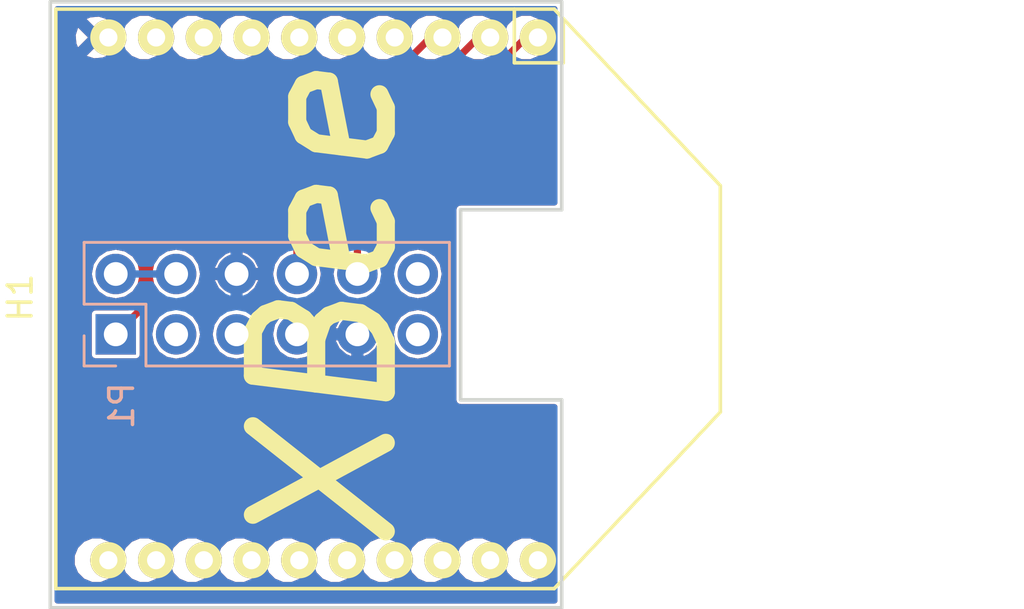
<source format=kicad_pcb>
(kicad_pcb (version 20171130) (host pcbnew "(5.1.10-1-10_14)")

  (general
    (thickness 1.6)
    (drawings 8)
    (tracks 10)
    (zones 0)
    (modules 2)
    (nets 6)
  )

  (page A4)
  (title_block
    (title "Rpi Adaptor")
    (rev 2L_3)
  )

  (layers
    (0 F.Cu signal)
    (31 B.Cu signal)
    (32 B.Adhes user)
    (33 F.Adhes user)
    (34 B.Paste user)
    (35 F.Paste user)
    (36 B.SilkS user)
    (37 F.SilkS user)
    (38 B.Mask user)
    (39 F.Mask user)
    (40 Dwgs.User user)
    (41 Cmts.User user)
    (42 Eco1.User user)
    (43 Eco2.User user)
    (44 Edge.Cuts user)
    (45 Margin user)
    (46 B.CrtYd user)
    (47 F.CrtYd user)
    (48 B.Fab user)
    (49 F.Fab user)
  )

  (setup
    (last_trace_width 0.1524)
    (user_trace_width 0.3048)
    (user_trace_width 0.6096)
    (user_trace_width 1.2192)
    (trace_clearance 0.1524)
    (zone_clearance 0.1016)
    (zone_45_only no)
    (trace_min 0.1524)
    (via_size 0.6858)
    (via_drill 0.3302)
    (via_min_size 0.6858)
    (via_min_drill 0.3302)
    (uvia_size 0.3)
    (uvia_drill 0.1)
    (uvias_allowed no)
    (uvia_min_size 0.2)
    (uvia_min_drill 0.1)
    (edge_width 0.15)
    (segment_width 0.2)
    (pcb_text_width 0.3)
    (pcb_text_size 1.5 1.5)
    (mod_edge_width 0.15)
    (mod_text_size 0.762 0.762)
    (mod_text_width 0.127)
    (pad_size 0.6858 0.6858)
    (pad_drill 0.3302)
    (pad_to_mask_clearance 0)
    (aux_axis_origin 0 0)
    (visible_elements 7FFFFFFF)
    (pcbplotparams
      (layerselection 0x010f0_80000001)
      (usegerberextensions false)
      (usegerberattributes true)
      (usegerberadvancedattributes true)
      (creategerberjobfile true)
      (excludeedgelayer true)
      (linewidth 0.076200)
      (plotframeref false)
      (viasonmask false)
      (mode 1)
      (useauxorigin false)
      (hpglpennumber 1)
      (hpglpenspeed 20)
      (hpglpendiameter 15.000000)
      (psnegative false)
      (psa4output false)
      (plotreference true)
      (plotvalue false)
      (plotinvisibletext false)
      (padsonsilk false)
      (subtractmaskfromsilk false)
      (outputformat 1)
      (mirror false)
      (drillshape 0)
      (scaleselection 1)
      (outputdirectory "Gerbers/"))
  )

  (net 0 "")
  (net 1 GND)
  (net 2 /3V3)
  (net 3 /UART0_Rx)
  (net 4 /UART0_Tx)
  (net 5 /5V)

  (net_class Default "This is the default net class."
    (clearance 0.1524)
    (trace_width 0.1524)
    (via_dia 0.6858)
    (via_drill 0.3302)
    (uvia_dia 0.3)
    (uvia_drill 0.1)
    (add_net /3V3)
    (add_net /5V)
    (add_net /GPIO_17)
    (add_net /GPIO_18)
    (add_net /GPIO_4)
    (add_net /I2C1_SCL)
    (add_net /I2C1_SDA)
    (add_net /UART0_Rx)
    (add_net /UART0_Tx)
    (add_net GND)
    (add_net "Net-(H1-Pad11)")
    (add_net "Net-(H1-Pad12)")
    (add_net "Net-(H1-Pad13)")
    (add_net "Net-(H1-Pad14)")
    (add_net "Net-(H1-Pad15)")
    (add_net "Net-(H1-Pad16)")
    (add_net "Net-(H1-Pad17)")
    (add_net "Net-(H1-Pad18)")
    (add_net "Net-(H1-Pad19)")
    (add_net "Net-(H1-Pad20)")
    (add_net "Net-(H1-Pad4)")
    (add_net "Net-(H1-Pad5)")
    (add_net "Net-(H1-Pad6)")
    (add_net "Net-(H1-Pad7)")
    (add_net "Net-(H1-Pad8)")
    (add_net "Net-(H1-Pad9)")
  )

  (module XBee-Adapter:XBEE_S2C (layer F.Cu) (tedit 5E39ACAB) (tstamp 612D8192)
    (at 176.5 45.75 270)
    (path /612D2E11)
    (fp_text reference H1 (at -0.0508 21.7678 90) (layer F.SilkS)
      (effects (font (size 1 1) (thickness 0.15)))
    )
    (fp_text value DIGI_XBEE (at 0.4318 -3.683 90) (layer F.Fab)
      (effects (font (size 1 1) (thickness 0.15)))
    )
    (fp_text user XBee (at 0.3048 8.9408 90) (layer F.SilkS)
      (effects (font (size 5.588 5.588) (thickness 0.762) italic))
    )
    (fp_line (start -12.192 0.9906) (end -9.9314 0.9906) (layer F.SilkS) (width 0.15))
    (fp_line (start -9.9314 0.9906) (end -9.9314 -1.0668) (layer F.SilkS) (width 0.15))
    (fp_line (start -9.9314 -1.0668) (end -11.7856 -1.0668) (layer F.SilkS) (width 0.15))
    (fp_line (start 3.81 -20.3708) (end 3.81 -9.3218) (layer Eco1.User) (width 0.15))
    (fp_line (start -3.81 -20.3708) (end -3.81 -9.3218) (layer Eco1.User) (width 0.15))
    (fp_line (start 4.7625 -9.3218) (end 4.7625 -7.6708) (layer Eco1.User) (width 0.15))
    (fp_line (start -4.7625 -9.3218) (end -4.7625 -7.6708) (layer Eco1.User) (width 0.15))
    (fp_line (start -4.7625 -9.3218) (end 4.7625 -9.3218) (layer Eco1.User) (width 0.15))
    (fp_line (start -3.81 -20.3708) (end 3.81 -20.3708) (layer Eco1.User) (width 0.15))
    (fp_line (start -12.192 -0.6858) (end -12.192 20.2692) (layer F.SilkS) (width 0.15))
    (fp_line (start -12.192 20.2692) (end 12.192 20.2692) (layer F.SilkS) (width 0.15))
    (fp_line (start 12.192 20.2692) (end 12.192 -0.6858) (layer F.SilkS) (width 0.15))
    (fp_line (start 12.192 -0.6858) (end 4.7625 -7.6708) (layer F.SilkS) (width 0.15))
    (fp_line (start 4.7625 -7.6708) (end -4.7625 -7.6708) (layer F.SilkS) (width 0.15))
    (fp_line (start -4.7625 -7.6708) (end -12.192 -0.6858) (layer F.SilkS) (width 0.15))
    (pad 20 thru_hole circle (at 10.9982 0 270) (size 1.524 1.524) (drill 0.762) (layers *.Cu *.Mask F.SilkS))
    (pad 19 thru_hole circle (at 10.9982 2.0066 270) (size 1.524 1.524) (drill 0.762) (layers *.Cu *.Mask F.SilkS))
    (pad 18 thru_hole circle (at 10.9982 4.0132 270) (size 1.524 1.524) (drill 0.762) (layers *.Cu *.Mask F.SilkS))
    (pad 17 thru_hole circle (at 10.9982 6.0198 270) (size 1.524 1.524) (drill 0.762) (layers *.Cu *.Mask F.SilkS))
    (pad 16 thru_hole circle (at 10.9982 8.0264 270) (size 1.524 1.524) (drill 0.762) (layers *.Cu *.Mask F.SilkS))
    (pad 15 thru_hole circle (at 10.9982 10.033 270) (size 1.524 1.524) (drill 0.762) (layers *.Cu *.Mask F.SilkS))
    (pad 14 thru_hole circle (at 10.9982 12.0396 270) (size 1.524 1.524) (drill 0.762) (layers *.Cu *.Mask F.SilkS))
    (pad 13 thru_hole circle (at 10.9982 14.0462 270) (size 1.524 1.524) (drill 0.762) (layers *.Cu *.Mask F.SilkS))
    (pad 12 thru_hole circle (at 10.9982 16.0528 270) (size 1.524 1.524) (drill 0.762) (layers *.Cu *.Mask F.SilkS))
    (pad 11 thru_hole circle (at 10.9982 18.0594 270) (size 1.524 1.524) (drill 0.762) (layers *.Cu *.Mask F.SilkS))
    (pad 10 thru_hole circle (at -10.9982 18.0594 270) (size 1.524 1.524) (drill 0.762) (layers *.Cu *.Mask F.SilkS)
      (net 1 GND))
    (pad 9 thru_hole circle (at -10.9982 16.0528 270) (size 1.524 1.524) (drill 0.762) (layers *.Cu *.Mask F.SilkS))
    (pad 8 thru_hole circle (at -10.9982 14.0462 270) (size 1.524 1.524) (drill 0.762) (layers *.Cu *.Mask F.SilkS))
    (pad 7 thru_hole circle (at -10.9982 12.0396 270) (size 1.524 1.524) (drill 0.762) (layers *.Cu *.Mask F.SilkS))
    (pad 6 thru_hole circle (at -10.9982 10.033 270) (size 1.524 1.524) (drill 0.762) (layers *.Cu *.Mask F.SilkS))
    (pad 5 thru_hole circle (at -10.9982 8.0264 270) (size 1.524 1.524) (drill 0.762) (layers *.Cu *.Mask F.SilkS))
    (pad 4 thru_hole circle (at -10.9982 6.0198 270) (size 1.524 1.524) (drill 0.762) (layers *.Cu *.Mask F.SilkS))
    (pad 3 thru_hole circle (at -10.9982 4.0132 270) (size 1.524 1.524) (drill 0.762) (layers *.Cu *.Mask F.SilkS)
      (net 4 /UART0_Tx))
    (pad 2 thru_hole circle (at -10.9982 2.0066 270) (size 1.524 1.524) (drill 0.762) (layers *.Cu *.Mask F.SilkS)
      (net 3 /UART0_Rx))
    (pad 1 thru_hole circle (at -10.9982 0 270) (size 1.524 1.524) (drill 0.762) (layers *.Cu *.Mask F.SilkS)
      (net 2 /3V3))
    (model "${MYLIB}/package3d/provided/User Library-XBee-Chip.WRL"
      (offset (xyz 0 -9.499599999999999 1.99898))
      (scale (xyz 395 395 395))
      (rotate (xyz -90 0 0))
    )
  )

  (module Socket_Strips:Socket_Strip_Straight_2x06_Pitch2.54mm (layer B.Cu) (tedit 599349E3) (tstamp 59933CAA)
    (at 158.75 47.244 270)
    (descr "Through hole straight socket strip, 2x06, 2.54mm pitch, double rows")
    (tags "Through hole socket strip THT 2x06 2.54mm double row")
    (path /59933EB5)
    (fp_text reference P1 (at 3.006 -0.25 270) (layer B.SilkS)
      (effects (font (size 1 1) (thickness 0.15)) (justify mirror))
    )
    (fp_text value "Raspberry PI" (at -1.27 -15.03 270) (layer B.Fab)
      (effects (font (size 1 1) (thickness 0.15)) (justify mirror))
    )
    (fp_line (start 1.8 1.8) (end -4.35 1.8) (layer B.CrtYd) (width 0.05))
    (fp_line (start 1.8 -14.5) (end 1.8 1.8) (layer B.CrtYd) (width 0.05))
    (fp_line (start -4.35 -14.5) (end 1.8 -14.5) (layer B.CrtYd) (width 0.05))
    (fp_line (start -4.35 1.8) (end -4.35 -14.5) (layer B.CrtYd) (width 0.05))
    (fp_line (start 1.33 1.33) (end 0.06 1.33) (layer B.SilkS) (width 0.12))
    (fp_line (start 1.33 0) (end 1.33 1.33) (layer B.SilkS) (width 0.12))
    (fp_line (start -1.27 -1.27) (end 1.33 -1.27) (layer B.SilkS) (width 0.12))
    (fp_line (start -1.27 1.33) (end -1.27 -1.27) (layer B.SilkS) (width 0.12))
    (fp_line (start -3.87 1.33) (end -1.27 1.33) (layer B.SilkS) (width 0.12))
    (fp_line (start -3.87 -14.03) (end -3.87 1.33) (layer B.SilkS) (width 0.12))
    (fp_line (start 1.33 -14.03) (end -3.87 -14.03) (layer B.SilkS) (width 0.12))
    (fp_line (start 1.33 -1.27) (end 1.33 -14.03) (layer B.SilkS) (width 0.12))
    (fp_line (start 1.27 1.27) (end -3.81 1.27) (layer B.Fab) (width 0.1))
    (fp_line (start 1.27 -13.97) (end 1.27 1.27) (layer B.Fab) (width 0.1))
    (fp_line (start -3.81 -13.97) (end 1.27 -13.97) (layer B.Fab) (width 0.1))
    (fp_line (start -3.81 1.27) (end -3.81 -13.97) (layer B.Fab) (width 0.1))
    (fp_text user %R (at 3.006 -0.25 270) (layer B.Fab)
      (effects (font (size 1 1) (thickness 0.15)) (justify mirror))
    )
    (pad 1 thru_hole rect (at 0 0 270) (size 1.7 1.7) (drill 1) (layers *.Cu *.Mask)
      (net 2 /3V3))
    (pad 2 thru_hole oval (at -2.54 0 270) (size 1.7 1.7) (drill 1) (layers *.Cu *.Mask)
      (net 5 /5V))
    (pad 3 thru_hole oval (at 0 -2.54 270) (size 1.7 1.7) (drill 1) (layers *.Cu *.Mask))
    (pad 4 thru_hole oval (at -2.54 -2.54 270) (size 1.7 1.7) (drill 1) (layers *.Cu *.Mask)
      (net 5 /5V))
    (pad 5 thru_hole oval (at 0 -5.08 270) (size 1.7 1.7) (drill 1) (layers *.Cu *.Mask))
    (pad 6 thru_hole oval (at -2.54 -5.08 270) (size 1.7 1.7) (drill 1) (layers *.Cu *.Mask)
      (net 1 GND))
    (pad 7 thru_hole oval (at 0 -7.62 270) (size 1.7 1.7) (drill 1) (layers *.Cu *.Mask))
    (pad 8 thru_hole oval (at -2.54 -7.62 270) (size 1.7 1.7) (drill 1) (layers *.Cu *.Mask)
      (net 4 /UART0_Tx))
    (pad 9 thru_hole oval (at 0 -10.16 270) (size 1.7 1.7) (drill 1) (layers *.Cu *.Mask)
      (net 1 GND))
    (pad 10 thru_hole oval (at -2.54 -10.16 270) (size 1.7 1.7) (drill 1) (layers *.Cu *.Mask)
      (net 3 /UART0_Rx))
    (pad 11 thru_hole oval (at 0 -12.7 270) (size 1.7 1.7) (drill 1) (layers *.Cu *.Mask))
    (pad 12 thru_hole oval (at -2.54 -12.7 270) (size 1.7 1.7) (drill 1) (layers *.Cu *.Mask))
    (model ${KISYS3DMOD}/Socket_Strips.3dshapes/Socket_Strip_Straight_2x06_Pitch2.54mm.wrl
      (offset (xyz -1.269999980926514 -6.349999904632568 0))
      (scale (xyz 1 1 1))
      (rotate (xyz 0 0 270))
    )
  )

  (gr_line (start 173.25 42) (end 173.25 50) (angle 90) (layer Edge.Cuts) (width 0.15))
  (gr_line (start 177.5 42) (end 177.5 33.25) (angle 90) (layer Edge.Cuts) (width 0.15))
  (gr_line (start 177.5 33.25) (end 156 33.25) (angle 90) (layer Edge.Cuts) (width 0.15))
  (gr_line (start 173.25 50) (end 177.5 50) (angle 90) (layer Edge.Cuts) (width 0.15))
  (gr_line (start 177.5 50) (end 177.5 58.75) (angle 90) (layer Edge.Cuts) (width 0.15))
  (gr_line (start 173.25 42) (end 177.5 42) (angle 90) (layer Edge.Cuts) (width 0.15))
  (gr_line (start 156 58.75) (end 177.5 58.75) (angle 90) (layer Edge.Cuts) (width 0.15))
  (gr_line (start 156 33.25) (end 156 58.75) (angle 90) (layer Edge.Cuts) (width 0.15))

  (segment (start 158.75 47.244) (end 159.994 46) (width 0.3048) (layer F.Cu) (net 2))
  (segment (start 170.25 40.5018) (end 176 34.7518) (width 0.3048) (layer F.Cu) (net 2) (tstamp 599346CC))
  (segment (start 170.25 45.5) (end 170.25 40.5018) (width 0.3048) (layer F.Cu) (net 2) (tstamp 599346C5))
  (segment (start 169.75 46) (end 170.25 45.5) (width 0.3048) (layer F.Cu) (net 2) (tstamp 599346C4))
  (segment (start 159.994 46) (end 169.75 46) (width 0.3048) (layer F.Cu) (net 2) (tstamp 599346C2))
  (segment (start 173.9934 34.7518) (end 168.91 39.8352) (width 0.3048) (layer F.Cu) (net 3))
  (segment (start 168.91 39.8352) (end 168.91 44.704) (width 0.3048) (layer F.Cu) (net 3) (tstamp 599346BA))
  (segment (start 171.9868 34.7518) (end 166.37 40.3686) (width 0.3048) (layer F.Cu) (net 4))
  (segment (start 166.37 40.3686) (end 166.37 44.704) (width 0.3048) (layer F.Cu) (net 4) (tstamp 599346B1))
  (segment (start 158.75 44.704) (end 161.29 44.704) (width 0.3048) (layer B.Cu) (net 5))

  (zone (net 1) (net_name GND) (layer F.Cu) (tstamp 5993491C) (hatch edge 0.508)
    (connect_pads (clearance 0.1016))
    (min_thickness 0.254)
    (fill yes (arc_segments 16) (thermal_gap 0.1016) (thermal_bridge_width 0.508))
    (polygon
      (pts
        (xy 177.5 42) (xy 173.25 42) (xy 173.25 50) (xy 177.5 50) (xy 177.5 58.75)
        (xy 156 58.75) (xy 156 33.25) (xy 177.5 33.25) (xy 177.5 42)
      )
    )
    (filled_polygon
      (pts
        (xy 177.1964 41.6964) (xy 173.25 41.6964) (xy 173.133817 41.71951) (xy 173.035322 41.785322) (xy 172.96951 41.883817)
        (xy 172.9464 42) (xy 172.9464 50) (xy 172.96951 50.116183) (xy 173.035322 50.214678) (xy 173.133817 50.28049)
        (xy 173.25 50.3036) (xy 177.1964 50.3036) (xy 177.1964 58.4464) (xy 156.3036 58.4464) (xy 156.3036 56.954438)
        (xy 156.89902 56.954438) (xy 157.057229 57.337335) (xy 157.349924 57.630541) (xy 157.732544 57.789419) (xy 158.146838 57.78978)
        (xy 158.529735 57.631571) (xy 158.822941 57.338876) (xy 158.944002 57.04733) (xy 159.063829 57.337335) (xy 159.356524 57.630541)
        (xy 159.739144 57.789419) (xy 160.153438 57.78978) (xy 160.536335 57.631571) (xy 160.829541 57.338876) (xy 160.950602 57.04733)
        (xy 161.070429 57.337335) (xy 161.363124 57.630541) (xy 161.745744 57.789419) (xy 162.160038 57.78978) (xy 162.542935 57.631571)
        (xy 162.836141 57.338876) (xy 162.957202 57.04733) (xy 163.077029 57.337335) (xy 163.369724 57.630541) (xy 163.752344 57.789419)
        (xy 164.166638 57.78978) (xy 164.549535 57.631571) (xy 164.842741 57.338876) (xy 164.963802 57.04733) (xy 165.083629 57.337335)
        (xy 165.376324 57.630541) (xy 165.758944 57.789419) (xy 166.173238 57.78978) (xy 166.556135 57.631571) (xy 166.849341 57.338876)
        (xy 166.970402 57.04733) (xy 167.090229 57.337335) (xy 167.382924 57.630541) (xy 167.765544 57.789419) (xy 168.179838 57.78978)
        (xy 168.562735 57.631571) (xy 168.855941 57.338876) (xy 168.977002 57.04733) (xy 169.096829 57.337335) (xy 169.389524 57.630541)
        (xy 169.772144 57.789419) (xy 170.186438 57.78978) (xy 170.569335 57.631571) (xy 170.862541 57.338876) (xy 170.983602 57.04733)
        (xy 171.103429 57.337335) (xy 171.396124 57.630541) (xy 171.778744 57.789419) (xy 172.193038 57.78978) (xy 172.575935 57.631571)
        (xy 172.869141 57.338876) (xy 172.990202 57.04733) (xy 173.110029 57.337335) (xy 173.402724 57.630541) (xy 173.785344 57.789419)
        (xy 174.199638 57.78978) (xy 174.582535 57.631571) (xy 174.875741 57.338876) (xy 174.996802 57.04733) (xy 175.116629 57.337335)
        (xy 175.409324 57.630541) (xy 175.791944 57.789419) (xy 176.206238 57.78978) (xy 176.589135 57.631571) (xy 176.882341 57.338876)
        (xy 177.041219 56.956256) (xy 177.04158 56.541962) (xy 176.883371 56.159065) (xy 176.590676 55.865859) (xy 176.208056 55.706981)
        (xy 175.793762 55.70662) (xy 175.410865 55.864829) (xy 175.117659 56.157524) (xy 174.996598 56.44907) (xy 174.876771 56.159065)
        (xy 174.584076 55.865859) (xy 174.201456 55.706981) (xy 173.787162 55.70662) (xy 173.404265 55.864829) (xy 173.111059 56.157524)
        (xy 172.989998 56.44907) (xy 172.870171 56.159065) (xy 172.577476 55.865859) (xy 172.194856 55.706981) (xy 171.780562 55.70662)
        (xy 171.397665 55.864829) (xy 171.104459 56.157524) (xy 170.983398 56.44907) (xy 170.863571 56.159065) (xy 170.570876 55.865859)
        (xy 170.188256 55.706981) (xy 169.773962 55.70662) (xy 169.391065 55.864829) (xy 169.097859 56.157524) (xy 168.976798 56.44907)
        (xy 168.856971 56.159065) (xy 168.564276 55.865859) (xy 168.181656 55.706981) (xy 167.767362 55.70662) (xy 167.384465 55.864829)
        (xy 167.091259 56.157524) (xy 166.970198 56.44907) (xy 166.850371 56.159065) (xy 166.557676 55.865859) (xy 166.175056 55.706981)
        (xy 165.760762 55.70662) (xy 165.377865 55.864829) (xy 165.084659 56.157524) (xy 164.963598 56.44907) (xy 164.843771 56.159065)
        (xy 164.551076 55.865859) (xy 164.168456 55.706981) (xy 163.754162 55.70662) (xy 163.371265 55.864829) (xy 163.078059 56.157524)
        (xy 162.956998 56.44907) (xy 162.837171 56.159065) (xy 162.544476 55.865859) (xy 162.161856 55.706981) (xy 161.747562 55.70662)
        (xy 161.364665 55.864829) (xy 161.071459 56.157524) (xy 160.950398 56.44907) (xy 160.830571 56.159065) (xy 160.537876 55.865859)
        (xy 160.155256 55.706981) (xy 159.740962 55.70662) (xy 159.358065 55.864829) (xy 159.064859 56.157524) (xy 158.943798 56.44907)
        (xy 158.823971 56.159065) (xy 158.531276 55.865859) (xy 158.148656 55.706981) (xy 157.734362 55.70662) (xy 157.351465 55.864829)
        (xy 157.058259 56.157524) (xy 156.899381 56.540144) (xy 156.89902 56.954438) (xy 156.3036 56.954438) (xy 156.3036 46.394)
        (xy 157.615127 46.394) (xy 157.615127 48.094) (xy 157.634609 48.197539) (xy 157.695801 48.292634) (xy 157.789168 48.356429)
        (xy 157.9 48.378873) (xy 159.6 48.378873) (xy 159.703539 48.359391) (xy 159.798634 48.298199) (xy 159.862429 48.204832)
        (xy 159.884873 48.094) (xy 159.884873 46.719784) (xy 160.172857 46.4318) (xy 160.485693 46.4318) (xy 160.24657 46.789671)
        (xy 160.1606 47.221874) (xy 160.1606 47.266126) (xy 160.24657 47.698329) (xy 160.491394 48.064732) (xy 160.857797 48.309556)
        (xy 161.29 48.395526) (xy 161.722203 48.309556) (xy 162.088606 48.064732) (xy 162.33343 47.698329) (xy 162.4194 47.266126)
        (xy 162.4194 47.221874) (xy 162.33343 46.789671) (xy 162.094307 46.4318) (xy 163.025693 46.4318) (xy 162.78657 46.789671)
        (xy 162.7006 47.221874) (xy 162.7006 47.266126) (xy 162.78657 47.698329) (xy 163.031394 48.064732) (xy 163.397797 48.309556)
        (xy 163.83 48.395526) (xy 164.262203 48.309556) (xy 164.628606 48.064732) (xy 164.87343 47.698329) (xy 164.9594 47.266126)
        (xy 164.9594 47.221874) (xy 164.87343 46.789671) (xy 164.634307 46.4318) (xy 165.565693 46.4318) (xy 165.32657 46.789671)
        (xy 165.2406 47.221874) (xy 165.2406 47.266126) (xy 165.32657 47.698329) (xy 165.571394 48.064732) (xy 165.937797 48.309556)
        (xy 166.37 48.395526) (xy 166.802203 48.309556) (xy 167.168606 48.064732) (xy 167.41343 47.698329) (xy 167.445521 47.536995)
        (xy 167.871944 47.536995) (xy 168.063086 47.911939) (xy 168.383163 48.185195) (xy 168.617007 48.282043) (xy 168.783 48.257524)
        (xy 168.783 47.371) (xy 169.037 47.371) (xy 169.037 48.257524) (xy 169.202993 48.282043) (xy 169.436837 48.185195)
        (xy 169.756914 47.911939) (xy 169.948056 47.536995) (xy 169.92396 47.371) (xy 169.037 47.371) (xy 168.783 47.371)
        (xy 167.89604 47.371) (xy 167.871944 47.536995) (xy 167.445521 47.536995) (xy 167.4994 47.266126) (xy 167.4994 47.221874)
        (xy 170.3206 47.221874) (xy 170.3206 47.266126) (xy 170.40657 47.698329) (xy 170.651394 48.064732) (xy 171.017797 48.309556)
        (xy 171.45 48.395526) (xy 171.882203 48.309556) (xy 172.248606 48.064732) (xy 172.49343 47.698329) (xy 172.5794 47.266126)
        (xy 172.5794 47.221874) (xy 172.49343 46.789671) (xy 172.248606 46.423268) (xy 171.882203 46.178444) (xy 171.45 46.092474)
        (xy 171.017797 46.178444) (xy 170.651394 46.423268) (xy 170.40657 46.789671) (xy 170.3206 47.221874) (xy 167.4994 47.221874)
        (xy 167.41343 46.789671) (xy 167.174307 46.4318) (xy 168.232065 46.4318) (xy 168.063086 46.576061) (xy 167.871944 46.951005)
        (xy 167.89604 47.117) (xy 168.783 47.117) (xy 168.783 47.097) (xy 169.037 47.097) (xy 169.037 47.117)
        (xy 169.92396 47.117) (xy 169.948056 46.951005) (xy 169.756914 46.576061) (xy 169.587935 46.4318) (xy 169.75 46.4318)
        (xy 169.915243 46.398931) (xy 170.055329 46.305329) (xy 170.555329 45.805329) (xy 170.648931 45.665243) (xy 170.661696 45.601069)
        (xy 170.673891 45.539764) (xy 171.017797 45.769556) (xy 171.45 45.855526) (xy 171.882203 45.769556) (xy 172.248606 45.524732)
        (xy 172.49343 45.158329) (xy 172.5794 44.726126) (xy 172.5794 44.681874) (xy 172.49343 44.249671) (xy 172.248606 43.883268)
        (xy 171.882203 43.638444) (xy 171.45 43.552474) (xy 171.017797 43.638444) (xy 170.6818 43.862951) (xy 170.6818 40.680658)
        (xy 175.634723 35.727735) (xy 175.791944 35.793019) (xy 176.206238 35.79338) (xy 176.589135 35.635171) (xy 176.882341 35.342476)
        (xy 177.041219 34.959856) (xy 177.04158 34.545562) (xy 176.883371 34.162665) (xy 176.590676 33.869459) (xy 176.208056 33.710581)
        (xy 175.793762 33.71022) (xy 175.410865 33.868429) (xy 175.117659 34.161124) (xy 174.996598 34.45267) (xy 174.876771 34.162665)
        (xy 174.584076 33.869459) (xy 174.201456 33.710581) (xy 173.787162 33.71022) (xy 173.404265 33.868429) (xy 173.111059 34.161124)
        (xy 172.989998 34.45267) (xy 172.870171 34.162665) (xy 172.577476 33.869459) (xy 172.194856 33.710581) (xy 171.780562 33.71022)
        (xy 171.397665 33.868429) (xy 171.104459 34.161124) (xy 170.983398 34.45267) (xy 170.863571 34.162665) (xy 170.570876 33.869459)
        (xy 170.188256 33.710581) (xy 169.773962 33.71022) (xy 169.391065 33.868429) (xy 169.097859 34.161124) (xy 168.976798 34.45267)
        (xy 168.856971 34.162665) (xy 168.564276 33.869459) (xy 168.181656 33.710581) (xy 167.767362 33.71022) (xy 167.384465 33.868429)
        (xy 167.091259 34.161124) (xy 166.970198 34.45267) (xy 166.850371 34.162665) (xy 166.557676 33.869459) (xy 166.175056 33.710581)
        (xy 165.760762 33.71022) (xy 165.377865 33.868429) (xy 165.084659 34.161124) (xy 164.963598 34.45267) (xy 164.843771 34.162665)
        (xy 164.551076 33.869459) (xy 164.168456 33.710581) (xy 163.754162 33.71022) (xy 163.371265 33.868429) (xy 163.078059 34.161124)
        (xy 162.956998 34.45267) (xy 162.837171 34.162665) (xy 162.544476 33.869459) (xy 162.161856 33.710581) (xy 161.747562 33.71022)
        (xy 161.364665 33.868429) (xy 161.071459 34.161124) (xy 160.950398 34.45267) (xy 160.830571 34.162665) (xy 160.537876 33.869459)
        (xy 160.155256 33.710581) (xy 159.740962 33.71022) (xy 159.358065 33.868429) (xy 159.064859 34.161124) (xy 158.914958 34.522126)
        (xy 158.910388 34.469618) (xy 158.825876 34.265589) (xy 158.698163 34.173842) (xy 158.120205 34.7518) (xy 158.698163 35.329758)
        (xy 158.825876 35.238011) (xy 158.910536 34.969936) (xy 159.063829 35.340935) (xy 159.356524 35.634141) (xy 159.739144 35.793019)
        (xy 160.153438 35.79338) (xy 160.536335 35.635171) (xy 160.829541 35.342476) (xy 160.950602 35.05093) (xy 161.070429 35.340935)
        (xy 161.363124 35.634141) (xy 161.745744 35.793019) (xy 162.160038 35.79338) (xy 162.542935 35.635171) (xy 162.836141 35.342476)
        (xy 162.957202 35.05093) (xy 163.077029 35.340935) (xy 163.369724 35.634141) (xy 163.752344 35.793019) (xy 164.166638 35.79338)
        (xy 164.549535 35.635171) (xy 164.842741 35.342476) (xy 164.963802 35.05093) (xy 165.083629 35.340935) (xy 165.376324 35.634141)
        (xy 165.758944 35.793019) (xy 166.173238 35.79338) (xy 166.556135 35.635171) (xy 166.849341 35.342476) (xy 166.970402 35.05093)
        (xy 167.090229 35.340935) (xy 167.382924 35.634141) (xy 167.765544 35.793019) (xy 168.179838 35.79338) (xy 168.562735 35.635171)
        (xy 168.855941 35.342476) (xy 168.977002 35.05093) (xy 169.096829 35.340935) (xy 169.389524 35.634141) (xy 169.772144 35.793019)
        (xy 170.186438 35.79338) (xy 170.43886 35.689082) (xy 166.064671 40.063271) (xy 165.971069 40.203357) (xy 165.9382 40.3686)
        (xy 165.9382 43.638364) (xy 165.937797 43.638444) (xy 165.571394 43.883268) (xy 165.32657 44.249671) (xy 165.2406 44.681874)
        (xy 165.2406 44.726126) (xy 165.32657 45.158329) (xy 165.571394 45.524732) (xy 165.636448 45.5682) (xy 164.447025 45.5682)
        (xy 164.676914 45.371939) (xy 164.868056 44.996995) (xy 164.84396 44.831) (xy 163.957 44.831) (xy 163.957 44.851)
        (xy 163.703 44.851) (xy 163.703 44.831) (xy 162.81604 44.831) (xy 162.791944 44.996995) (xy 162.983086 45.371939)
        (xy 163.212975 45.5682) (xy 162.023552 45.5682) (xy 162.088606 45.524732) (xy 162.33343 45.158329) (xy 162.4194 44.726126)
        (xy 162.4194 44.681874) (xy 162.365522 44.411005) (xy 162.791944 44.411005) (xy 162.81604 44.577) (xy 163.703 44.577)
        (xy 163.703 43.690476) (xy 163.957 43.690476) (xy 163.957 44.577) (xy 164.84396 44.577) (xy 164.868056 44.411005)
        (xy 164.676914 44.036061) (xy 164.356837 43.762805) (xy 164.122993 43.665957) (xy 163.957 43.690476) (xy 163.703 43.690476)
        (xy 163.537007 43.665957) (xy 163.303163 43.762805) (xy 162.983086 44.036061) (xy 162.791944 44.411005) (xy 162.365522 44.411005)
        (xy 162.33343 44.249671) (xy 162.088606 43.883268) (xy 161.722203 43.638444) (xy 161.29 43.552474) (xy 160.857797 43.638444)
        (xy 160.491394 43.883268) (xy 160.24657 44.249671) (xy 160.1606 44.681874) (xy 160.1606 44.726126) (xy 160.24657 45.158329)
        (xy 160.491394 45.524732) (xy 160.556448 45.5682) (xy 159.994005 45.5682) (xy 159.994 45.568199) (xy 159.856173 45.595615)
        (xy 159.828757 45.601069) (xy 159.688671 45.694671) (xy 159.688669 45.694674) (xy 159.274216 46.109127) (xy 157.9 46.109127)
        (xy 157.796461 46.128609) (xy 157.701366 46.189801) (xy 157.637571 46.283168) (xy 157.615127 46.394) (xy 156.3036 46.394)
        (xy 156.3036 44.681874) (xy 157.6206 44.681874) (xy 157.6206 44.726126) (xy 157.70657 45.158329) (xy 157.951394 45.524732)
        (xy 158.317797 45.769556) (xy 158.75 45.855526) (xy 159.182203 45.769556) (xy 159.548606 45.524732) (xy 159.79343 45.158329)
        (xy 159.8794 44.726126) (xy 159.8794 44.681874) (xy 159.79343 44.249671) (xy 159.548606 43.883268) (xy 159.182203 43.638444)
        (xy 158.75 43.552474) (xy 158.317797 43.638444) (xy 157.951394 43.883268) (xy 157.70657 44.249671) (xy 157.6206 44.681874)
        (xy 156.3036 44.681874) (xy 156.3036 35.509363) (xy 157.362642 35.509363) (xy 157.454389 35.637076) (xy 157.83018 35.755754)
        (xy 158.222782 35.721588) (xy 158.426811 35.637076) (xy 158.518558 35.509363) (xy 157.9406 34.931405) (xy 157.362642 35.509363)
        (xy 156.3036 35.509363) (xy 156.3036 34.64138) (xy 156.936646 34.64138) (xy 156.970812 35.033982) (xy 157.055324 35.238011)
        (xy 157.183037 35.329758) (xy 157.760995 34.7518) (xy 157.183037 34.173842) (xy 157.055324 34.265589) (xy 156.936646 34.64138)
        (xy 156.3036 34.64138) (xy 156.3036 33.994237) (xy 157.362642 33.994237) (xy 157.9406 34.572195) (xy 158.518558 33.994237)
        (xy 158.426811 33.866524) (xy 158.05102 33.747846) (xy 157.658418 33.782012) (xy 157.454389 33.866524) (xy 157.362642 33.994237)
        (xy 156.3036 33.994237) (xy 156.3036 33.5536) (xy 177.1964 33.5536)
      )
    )
    (filled_polygon
      (pts
        (xy 168.604671 39.529871) (xy 168.511069 39.669957) (xy 168.4782 39.8352) (xy 168.4782 43.638364) (xy 168.477797 43.638444)
        (xy 168.111394 43.883268) (xy 167.86657 44.249671) (xy 167.7806 44.681874) (xy 167.7806 44.726126) (xy 167.86657 45.158329)
        (xy 168.111394 45.524732) (xy 168.176448 45.5682) (xy 167.103552 45.5682) (xy 167.168606 45.524732) (xy 167.41343 45.158329)
        (xy 167.4994 44.726126) (xy 167.4994 44.681874) (xy 167.41343 44.249671) (xy 167.168606 43.883268) (xy 166.802203 43.638444)
        (xy 166.8018 43.638364) (xy 166.8018 40.547458) (xy 171.621523 35.727735) (xy 171.778744 35.793019) (xy 172.193038 35.79338)
        (xy 172.44546 35.689082)
      )
    )
    (filled_polygon
      (pts
        (xy 169.944671 40.196471) (xy 169.851069 40.336557) (xy 169.8182 40.5018) (xy 169.8182 44.047286) (xy 169.708606 43.883268)
        (xy 169.342203 43.638444) (xy 169.3418 43.638364) (xy 169.3418 40.014058) (xy 173.628123 35.727735) (xy 173.785344 35.793019)
        (xy 174.199638 35.79338) (xy 174.45206 35.689082)
      )
    )
  )
  (zone (net 1) (net_name GND) (layer B.Cu) (tstamp 5993493A) (hatch edge 0.508)
    (connect_pads (clearance 0.1016))
    (min_thickness 0.254)
    (fill yes (arc_segments 16) (thermal_gap 0.1016) (thermal_bridge_width 0.508))
    (polygon
      (pts
        (xy 177.5 42) (xy 173.25 42) (xy 173.25 50) (xy 177.5 50) (xy 177.5 58.75)
        (xy 156 58.75) (xy 156 33.25) (xy 177.5 33.25) (xy 177.5 42)
      )
    )
    (filled_polygon
      (pts
        (xy 177.1964 41.6964) (xy 173.25 41.6964) (xy 173.133817 41.71951) (xy 173.035322 41.785322) (xy 172.96951 41.883817)
        (xy 172.9464 42) (xy 172.9464 50) (xy 172.96951 50.116183) (xy 173.035322 50.214678) (xy 173.133817 50.28049)
        (xy 173.25 50.3036) (xy 177.1964 50.3036) (xy 177.1964 58.4464) (xy 156.3036 58.4464) (xy 156.3036 56.954438)
        (xy 156.89902 56.954438) (xy 157.057229 57.337335) (xy 157.349924 57.630541) (xy 157.732544 57.789419) (xy 158.146838 57.78978)
        (xy 158.529735 57.631571) (xy 158.822941 57.338876) (xy 158.944002 57.04733) (xy 159.063829 57.337335) (xy 159.356524 57.630541)
        (xy 159.739144 57.789419) (xy 160.153438 57.78978) (xy 160.536335 57.631571) (xy 160.829541 57.338876) (xy 160.950602 57.04733)
        (xy 161.070429 57.337335) (xy 161.363124 57.630541) (xy 161.745744 57.789419) (xy 162.160038 57.78978) (xy 162.542935 57.631571)
        (xy 162.836141 57.338876) (xy 162.957202 57.04733) (xy 163.077029 57.337335) (xy 163.369724 57.630541) (xy 163.752344 57.789419)
        (xy 164.166638 57.78978) (xy 164.549535 57.631571) (xy 164.842741 57.338876) (xy 164.963802 57.04733) (xy 165.083629 57.337335)
        (xy 165.376324 57.630541) (xy 165.758944 57.789419) (xy 166.173238 57.78978) (xy 166.556135 57.631571) (xy 166.849341 57.338876)
        (xy 166.970402 57.04733) (xy 167.090229 57.337335) (xy 167.382924 57.630541) (xy 167.765544 57.789419) (xy 168.179838 57.78978)
        (xy 168.562735 57.631571) (xy 168.855941 57.338876) (xy 168.977002 57.04733) (xy 169.096829 57.337335) (xy 169.389524 57.630541)
        (xy 169.772144 57.789419) (xy 170.186438 57.78978) (xy 170.569335 57.631571) (xy 170.862541 57.338876) (xy 170.983602 57.04733)
        (xy 171.103429 57.337335) (xy 171.396124 57.630541) (xy 171.778744 57.789419) (xy 172.193038 57.78978) (xy 172.575935 57.631571)
        (xy 172.869141 57.338876) (xy 172.990202 57.04733) (xy 173.110029 57.337335) (xy 173.402724 57.630541) (xy 173.785344 57.789419)
        (xy 174.199638 57.78978) (xy 174.582535 57.631571) (xy 174.875741 57.338876) (xy 174.996802 57.04733) (xy 175.116629 57.337335)
        (xy 175.409324 57.630541) (xy 175.791944 57.789419) (xy 176.206238 57.78978) (xy 176.589135 57.631571) (xy 176.882341 57.338876)
        (xy 177.041219 56.956256) (xy 177.04158 56.541962) (xy 176.883371 56.159065) (xy 176.590676 55.865859) (xy 176.208056 55.706981)
        (xy 175.793762 55.70662) (xy 175.410865 55.864829) (xy 175.117659 56.157524) (xy 174.996598 56.44907) (xy 174.876771 56.159065)
        (xy 174.584076 55.865859) (xy 174.201456 55.706981) (xy 173.787162 55.70662) (xy 173.404265 55.864829) (xy 173.111059 56.157524)
        (xy 172.989998 56.44907) (xy 172.870171 56.159065) (xy 172.577476 55.865859) (xy 172.194856 55.706981) (xy 171.780562 55.70662)
        (xy 171.397665 55.864829) (xy 171.104459 56.157524) (xy 170.983398 56.44907) (xy 170.863571 56.159065) (xy 170.570876 55.865859)
        (xy 170.188256 55.706981) (xy 169.773962 55.70662) (xy 169.391065 55.864829) (xy 169.097859 56.157524) (xy 168.976798 56.44907)
        (xy 168.856971 56.159065) (xy 168.564276 55.865859) (xy 168.181656 55.706981) (xy 167.767362 55.70662) (xy 167.384465 55.864829)
        (xy 167.091259 56.157524) (xy 166.970198 56.44907) (xy 166.850371 56.159065) (xy 166.557676 55.865859) (xy 166.175056 55.706981)
        (xy 165.760762 55.70662) (xy 165.377865 55.864829) (xy 165.084659 56.157524) (xy 164.963598 56.44907) (xy 164.843771 56.159065)
        (xy 164.551076 55.865859) (xy 164.168456 55.706981) (xy 163.754162 55.70662) (xy 163.371265 55.864829) (xy 163.078059 56.157524)
        (xy 162.956998 56.44907) (xy 162.837171 56.159065) (xy 162.544476 55.865859) (xy 162.161856 55.706981) (xy 161.747562 55.70662)
        (xy 161.364665 55.864829) (xy 161.071459 56.157524) (xy 160.950398 56.44907) (xy 160.830571 56.159065) (xy 160.537876 55.865859)
        (xy 160.155256 55.706981) (xy 159.740962 55.70662) (xy 159.358065 55.864829) (xy 159.064859 56.157524) (xy 158.943798 56.44907)
        (xy 158.823971 56.159065) (xy 158.531276 55.865859) (xy 158.148656 55.706981) (xy 157.734362 55.70662) (xy 157.351465 55.864829)
        (xy 157.058259 56.157524) (xy 156.899381 56.540144) (xy 156.89902 56.954438) (xy 156.3036 56.954438) (xy 156.3036 46.394)
        (xy 157.615127 46.394) (xy 157.615127 48.094) (xy 157.634609 48.197539) (xy 157.695801 48.292634) (xy 157.789168 48.356429)
        (xy 157.9 48.378873) (xy 159.6 48.378873) (xy 159.703539 48.359391) (xy 159.798634 48.298199) (xy 159.862429 48.204832)
        (xy 159.884873 48.094) (xy 159.884873 47.221874) (xy 160.1606 47.221874) (xy 160.1606 47.266126) (xy 160.24657 47.698329)
        (xy 160.491394 48.064732) (xy 160.857797 48.309556) (xy 161.29 48.395526) (xy 161.722203 48.309556) (xy 162.088606 48.064732)
        (xy 162.33343 47.698329) (xy 162.4194 47.266126) (xy 162.4194 47.221874) (xy 162.7006 47.221874) (xy 162.7006 47.266126)
        (xy 162.78657 47.698329) (xy 163.031394 48.064732) (xy 163.397797 48.309556) (xy 163.83 48.395526) (xy 164.262203 48.309556)
        (xy 164.628606 48.064732) (xy 164.87343 47.698329) (xy 164.9594 47.266126) (xy 164.9594 47.221874) (xy 165.2406 47.221874)
        (xy 165.2406 47.266126) (xy 165.32657 47.698329) (xy 165.571394 48.064732) (xy 165.937797 48.309556) (xy 166.37 48.395526)
        (xy 166.802203 48.309556) (xy 167.168606 48.064732) (xy 167.41343 47.698329) (xy 167.445521 47.536995) (xy 167.871944 47.536995)
        (xy 168.063086 47.911939) (xy 168.383163 48.185195) (xy 168.617007 48.282043) (xy 168.783 48.257524) (xy 168.783 47.371)
        (xy 169.037 47.371) (xy 169.037 48.257524) (xy 169.202993 48.282043) (xy 169.436837 48.185195) (xy 169.756914 47.911939)
        (xy 169.948056 47.536995) (xy 169.92396 47.371) (xy 169.037 47.371) (xy 168.783 47.371) (xy 167.89604 47.371)
        (xy 167.871944 47.536995) (xy 167.445521 47.536995) (xy 167.4994 47.266126) (xy 167.4994 47.221874) (xy 170.3206 47.221874)
        (xy 170.3206 47.266126) (xy 170.40657 47.698329) (xy 170.651394 48.064732) (xy 171.017797 48.309556) (xy 171.45 48.395526)
        (xy 171.882203 48.309556) (xy 172.248606 48.064732) (xy 172.49343 47.698329) (xy 172.5794 47.266126) (xy 172.5794 47.221874)
        (xy 172.49343 46.789671) (xy 172.248606 46.423268) (xy 171.882203 46.178444) (xy 171.45 46.092474) (xy 171.017797 46.178444)
        (xy 170.651394 46.423268) (xy 170.40657 46.789671) (xy 170.3206 47.221874) (xy 167.4994 47.221874) (xy 167.445522 46.951005)
        (xy 167.871944 46.951005) (xy 167.89604 47.117) (xy 168.783 47.117) (xy 168.783 46.230476) (xy 169.037 46.230476)
        (xy 169.037 47.117) (xy 169.92396 47.117) (xy 169.948056 46.951005) (xy 169.756914 46.576061) (xy 169.436837 46.302805)
        (xy 169.202993 46.205957) (xy 169.037 46.230476) (xy 168.783 46.230476) (xy 168.617007 46.205957) (xy 168.383163 46.302805)
        (xy 168.063086 46.576061) (xy 167.871944 46.951005) (xy 167.445522 46.951005) (xy 167.41343 46.789671) (xy 167.168606 46.423268)
        (xy 166.802203 46.178444) (xy 166.37 46.092474) (xy 165.937797 46.178444) (xy 165.571394 46.423268) (xy 165.32657 46.789671)
        (xy 165.2406 47.221874) (xy 164.9594 47.221874) (xy 164.87343 46.789671) (xy 164.628606 46.423268) (xy 164.262203 46.178444)
        (xy 163.83 46.092474) (xy 163.397797 46.178444) (xy 163.031394 46.423268) (xy 162.78657 46.789671) (xy 162.7006 47.221874)
        (xy 162.4194 47.221874) (xy 162.33343 46.789671) (xy 162.088606 46.423268) (xy 161.722203 46.178444) (xy 161.29 46.092474)
        (xy 160.857797 46.178444) (xy 160.491394 46.423268) (xy 160.24657 46.789671) (xy 160.1606 47.221874) (xy 159.884873 47.221874)
        (xy 159.884873 46.394) (xy 159.865391 46.290461) (xy 159.804199 46.195366) (xy 159.710832 46.131571) (xy 159.6 46.109127)
        (xy 157.9 46.109127) (xy 157.796461 46.128609) (xy 157.701366 46.189801) (xy 157.637571 46.283168) (xy 157.615127 46.394)
        (xy 156.3036 46.394) (xy 156.3036 44.681874) (xy 157.6206 44.681874) (xy 157.6206 44.726126) (xy 157.70657 45.158329)
        (xy 157.951394 45.524732) (xy 158.317797 45.769556) (xy 158.75 45.855526) (xy 159.182203 45.769556) (xy 159.548606 45.524732)
        (xy 159.79343 45.158329) (xy 159.797911 45.1358) (xy 160.242089 45.1358) (xy 160.24657 45.158329) (xy 160.491394 45.524732)
        (xy 160.857797 45.769556) (xy 161.29 45.855526) (xy 161.722203 45.769556) (xy 162.088606 45.524732) (xy 162.33343 45.158329)
        (xy 162.365521 44.996995) (xy 162.791944 44.996995) (xy 162.983086 45.371939) (xy 163.303163 45.645195) (xy 163.537007 45.742043)
        (xy 163.703 45.717524) (xy 163.703 44.831) (xy 163.957 44.831) (xy 163.957 45.717524) (xy 164.122993 45.742043)
        (xy 164.356837 45.645195) (xy 164.676914 45.371939) (xy 164.868056 44.996995) (xy 164.84396 44.831) (xy 163.957 44.831)
        (xy 163.703 44.831) (xy 162.81604 44.831) (xy 162.791944 44.996995) (xy 162.365521 44.996995) (xy 162.4194 44.726126)
        (xy 162.4194 44.681874) (xy 165.2406 44.681874) (xy 165.2406 44.726126) (xy 165.32657 45.158329) (xy 165.571394 45.524732)
        (xy 165.937797 45.769556) (xy 166.37 45.855526) (xy 166.802203 45.769556) (xy 167.168606 45.524732) (xy 167.41343 45.158329)
        (xy 167.4994 44.726126) (xy 167.4994 44.681874) (xy 167.7806 44.681874) (xy 167.7806 44.726126) (xy 167.86657 45.158329)
        (xy 168.111394 45.524732) (xy 168.477797 45.769556) (xy 168.91 45.855526) (xy 169.342203 45.769556) (xy 169.708606 45.524732)
        (xy 169.95343 45.158329) (xy 170.0394 44.726126) (xy 170.0394 44.681874) (xy 170.3206 44.681874) (xy 170.3206 44.726126)
        (xy 170.40657 45.158329) (xy 170.651394 45.524732) (xy 171.017797 45.769556) (xy 171.45 45.855526) (xy 171.882203 45.769556)
        (xy 172.248606 45.524732) (xy 172.49343 45.158329) (xy 172.5794 44.726126) (xy 172.5794 44.681874) (xy 172.49343 44.249671)
        (xy 172.248606 43.883268) (xy 171.882203 43.638444) (xy 171.45 43.552474) (xy 171.017797 43.638444) (xy 170.651394 43.883268)
        (xy 170.40657 44.249671) (xy 170.3206 44.681874) (xy 170.0394 44.681874) (xy 169.95343 44.249671) (xy 169.708606 43.883268)
        (xy 169.342203 43.638444) (xy 168.91 43.552474) (xy 168.477797 43.638444) (xy 168.111394 43.883268) (xy 167.86657 44.249671)
        (xy 167.7806 44.681874) (xy 167.4994 44.681874) (xy 167.41343 44.249671) (xy 167.168606 43.883268) (xy 166.802203 43.638444)
        (xy 166.37 43.552474) (xy 165.937797 43.638444) (xy 165.571394 43.883268) (xy 165.32657 44.249671) (xy 165.2406 44.681874)
        (xy 162.4194 44.681874) (xy 162.365522 44.411005) (xy 162.791944 44.411005) (xy 162.81604 44.577) (xy 163.703 44.577)
        (xy 163.703 43.690476) (xy 163.957 43.690476) (xy 163.957 44.577) (xy 164.84396 44.577) (xy 164.868056 44.411005)
        (xy 164.676914 44.036061) (xy 164.356837 43.762805) (xy 164.122993 43.665957) (xy 163.957 43.690476) (xy 163.703 43.690476)
        (xy 163.537007 43.665957) (xy 163.303163 43.762805) (xy 162.983086 44.036061) (xy 162.791944 44.411005) (xy 162.365522 44.411005)
        (xy 162.33343 44.249671) (xy 162.088606 43.883268) (xy 161.722203 43.638444) (xy 161.29 43.552474) (xy 160.857797 43.638444)
        (xy 160.491394 43.883268) (xy 160.24657 44.249671) (xy 160.242089 44.2722) (xy 159.797911 44.2722) (xy 159.79343 44.249671)
        (xy 159.548606 43.883268) (xy 159.182203 43.638444) (xy 158.75 43.552474) (xy 158.317797 43.638444) (xy 157.951394 43.883268)
        (xy 157.70657 44.249671) (xy 157.6206 44.681874) (xy 156.3036 44.681874) (xy 156.3036 35.509363) (xy 157.362642 35.509363)
        (xy 157.454389 35.637076) (xy 157.83018 35.755754) (xy 158.222782 35.721588) (xy 158.426811 35.637076) (xy 158.518558 35.509363)
        (xy 157.9406 34.931405) (xy 157.362642 35.509363) (xy 156.3036 35.509363) (xy 156.3036 34.64138) (xy 156.936646 34.64138)
        (xy 156.970812 35.033982) (xy 157.055324 35.238011) (xy 157.183037 35.329758) (xy 157.760995 34.7518) (xy 158.120205 34.7518)
        (xy 158.698163 35.329758) (xy 158.825876 35.238011) (xy 158.910536 34.969936) (xy 159.063829 35.340935) (xy 159.356524 35.634141)
        (xy 159.739144 35.793019) (xy 160.153438 35.79338) (xy 160.536335 35.635171) (xy 160.829541 35.342476) (xy 160.950602 35.05093)
        (xy 161.070429 35.340935) (xy 161.363124 35.634141) (xy 161.745744 35.793019) (xy 162.160038 35.79338) (xy 162.542935 35.635171)
        (xy 162.836141 35.342476) (xy 162.957202 35.05093) (xy 163.077029 35.340935) (xy 163.369724 35.634141) (xy 163.752344 35.793019)
        (xy 164.166638 35.79338) (xy 164.549535 35.635171) (xy 164.842741 35.342476) (xy 164.963802 35.05093) (xy 165.083629 35.340935)
        (xy 165.376324 35.634141) (xy 165.758944 35.793019) (xy 166.173238 35.79338) (xy 166.556135 35.635171) (xy 166.849341 35.342476)
        (xy 166.970402 35.05093) (xy 167.090229 35.340935) (xy 167.382924 35.634141) (xy 167.765544 35.793019) (xy 168.179838 35.79338)
        (xy 168.562735 35.635171) (xy 168.855941 35.342476) (xy 168.977002 35.05093) (xy 169.096829 35.340935) (xy 169.389524 35.634141)
        (xy 169.772144 35.793019) (xy 170.186438 35.79338) (xy 170.569335 35.635171) (xy 170.862541 35.342476) (xy 170.983602 35.05093)
        (xy 171.103429 35.340935) (xy 171.396124 35.634141) (xy 171.778744 35.793019) (xy 172.193038 35.79338) (xy 172.575935 35.635171)
        (xy 172.869141 35.342476) (xy 172.990202 35.05093) (xy 173.110029 35.340935) (xy 173.402724 35.634141) (xy 173.785344 35.793019)
        (xy 174.199638 35.79338) (xy 174.582535 35.635171) (xy 174.875741 35.342476) (xy 174.996802 35.05093) (xy 175.116629 35.340935)
        (xy 175.409324 35.634141) (xy 175.791944 35.793019) (xy 176.206238 35.79338) (xy 176.589135 35.635171) (xy 176.882341 35.342476)
        (xy 177.041219 34.959856) (xy 177.04158 34.545562) (xy 176.883371 34.162665) (xy 176.590676 33.869459) (xy 176.208056 33.710581)
        (xy 175.793762 33.71022) (xy 175.410865 33.868429) (xy 175.117659 34.161124) (xy 174.996598 34.45267) (xy 174.876771 34.162665)
        (xy 174.584076 33.869459) (xy 174.201456 33.710581) (xy 173.787162 33.71022) (xy 173.404265 33.868429) (xy 173.111059 34.161124)
        (xy 172.989998 34.45267) (xy 172.870171 34.162665) (xy 172.577476 33.869459) (xy 172.194856 33.710581) (xy 171.780562 33.71022)
        (xy 171.397665 33.868429) (xy 171.104459 34.161124) (xy 170.983398 34.45267) (xy 170.863571 34.162665) (xy 170.570876 33.869459)
        (xy 170.188256 33.710581) (xy 169.773962 33.71022) (xy 169.391065 33.868429) (xy 169.097859 34.161124) (xy 168.976798 34.45267)
        (xy 168.856971 34.162665) (xy 168.564276 33.869459) (xy 168.181656 33.710581) (xy 167.767362 33.71022) (xy 167.384465 33.868429)
        (xy 167.091259 34.161124) (xy 166.970198 34.45267) (xy 166.850371 34.162665) (xy 166.557676 33.869459) (xy 166.175056 33.710581)
        (xy 165.760762 33.71022) (xy 165.377865 33.868429) (xy 165.084659 34.161124) (xy 164.963598 34.45267) (xy 164.843771 34.162665)
        (xy 164.551076 33.869459) (xy 164.168456 33.710581) (xy 163.754162 33.71022) (xy 163.371265 33.868429) (xy 163.078059 34.161124)
        (xy 162.956998 34.45267) (xy 162.837171 34.162665) (xy 162.544476 33.869459) (xy 162.161856 33.710581) (xy 161.747562 33.71022)
        (xy 161.364665 33.868429) (xy 161.071459 34.161124) (xy 160.950398 34.45267) (xy 160.830571 34.162665) (xy 160.537876 33.869459)
        (xy 160.155256 33.710581) (xy 159.740962 33.71022) (xy 159.358065 33.868429) (xy 159.064859 34.161124) (xy 158.914958 34.522126)
        (xy 158.910388 34.469618) (xy 158.825876 34.265589) (xy 158.698163 34.173842) (xy 158.120205 34.7518) (xy 157.760995 34.7518)
        (xy 157.183037 34.173842) (xy 157.055324 34.265589) (xy 156.936646 34.64138) (xy 156.3036 34.64138) (xy 156.3036 33.994237)
        (xy 157.362642 33.994237) (xy 157.9406 34.572195) (xy 158.518558 33.994237) (xy 158.426811 33.866524) (xy 158.05102 33.747846)
        (xy 157.658418 33.782012) (xy 157.454389 33.866524) (xy 157.362642 33.994237) (xy 156.3036 33.994237) (xy 156.3036 33.5536)
        (xy 177.1964 33.5536)
      )
    )
  )
)

</source>
